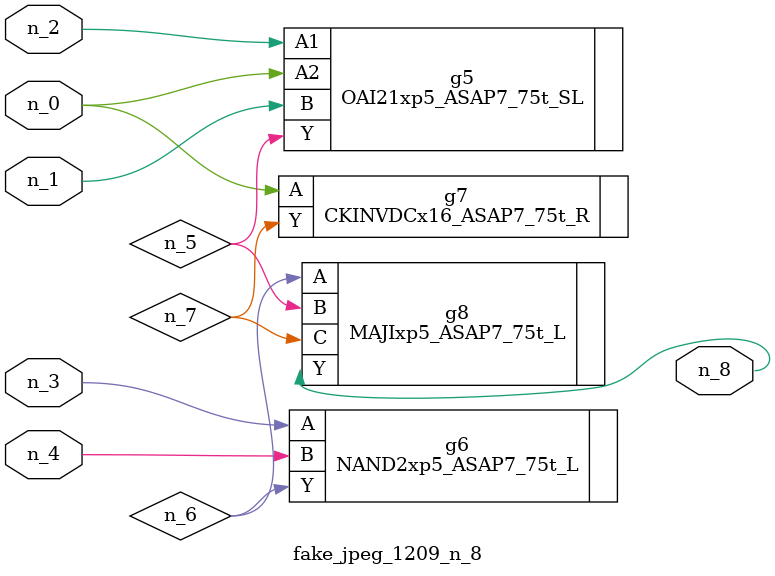
<source format=v>
module fake_jpeg_1209_n_8 (n_3, n_2, n_1, n_0, n_4, n_8);

input n_3;
input n_2;
input n_1;
input n_0;
input n_4;

output n_8;

wire n_6;
wire n_5;
wire n_7;

OAI21xp5_ASAP7_75t_SL g5 ( 
.A1(n_2),
.A2(n_0),
.B(n_1),
.Y(n_5)
);

NAND2xp5_ASAP7_75t_L g6 ( 
.A(n_3),
.B(n_4),
.Y(n_6)
);

CKINVDCx16_ASAP7_75t_R g7 ( 
.A(n_0),
.Y(n_7)
);

MAJIxp5_ASAP7_75t_L g8 ( 
.A(n_6),
.B(n_5),
.C(n_7),
.Y(n_8)
);


endmodule
</source>
